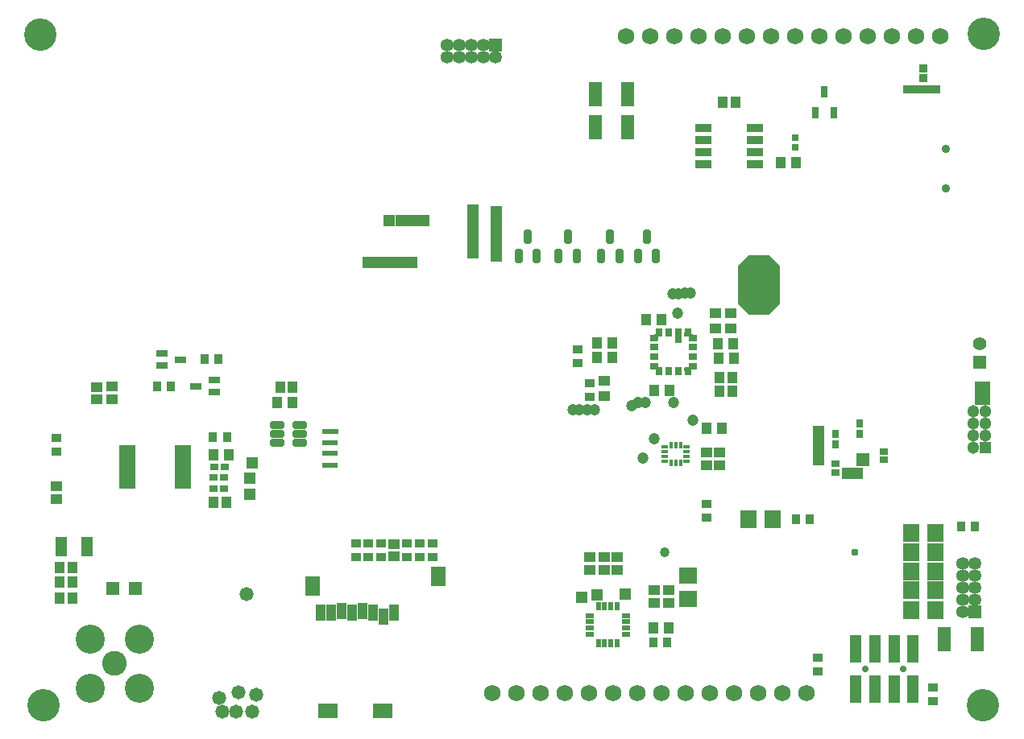
<source format=gbs>
G04*
G04 #@! TF.GenerationSoftware,Altium Limited,Altium Designer,22.5.1 (42)*
G04*
G04 Layer_Color=16711935*
%FSLAX43Y43*%
%MOMM*%
G71*
G04*
G04 #@! TF.SameCoordinates,B4329D7B-D132-43AD-BD09-584EF951B7D5*
G04*
G04*
G04 #@! TF.FilePolarity,Negative*
G04*
G01*
G75*
%ADD57R,1.003X1.153*%
%ADD58R,1.731X0.853*%
%ADD64R,1.203X1.203*%
%ADD68C,1.203*%
%ADD72R,1.103X0.853*%
%ADD73R,0.803X0.953*%
%ADD75R,1.003X1.143*%
%ADD79R,1.153X1.003*%
%ADD82R,1.143X1.003*%
%ADD88R,0.853X1.103*%
%ADD89R,1.143X1.013*%
%ADD96R,0.953X0.803*%
G04:AMPARAMS|DCode=98|XSize=6.203mm|YSize=4.443mm|CornerRadius=0mm|HoleSize=0mm|Usage=FLASHONLY|Rotation=90.000|XOffset=0mm|YOffset=0mm|HoleType=Round|Shape=Octagon|*
%AMOCTAGOND98*
4,1,8,1.111,3.102,-1.111,3.102,-2.222,1.991,-2.222,-1.991,-1.111,-3.102,1.111,-3.102,2.222,-1.991,2.222,1.991,1.111,3.102,0.0*
%
%ADD98OCTAGOND98*%

%ADD99C,1.753*%
%ADD100C,0.778*%
%ADD101C,1.028*%
%ADD102R,0.903X0.903*%
%ADD103C,3.053*%
%ADD104C,2.603*%
%ADD105R,1.353X1.353*%
%ADD106C,1.353*%
%ADD107C,0.728*%
%ADD108C,0.903*%
%ADD109C,3.403*%
%ADD110R,1.353X1.353*%
%ADD111R,1.403X1.403*%
%ADD112C,1.403*%
%ADD113C,1.303*%
%ADD114R,1.303X1.303*%
%ADD171R,1.803X1.953*%
%ADD172R,1.453X2.503*%
%ADD173R,1.953X1.803*%
%ADD174R,0.903X0.703*%
%ADD175R,0.703X0.903*%
%ADD176R,0.603X0.703*%
%ADD177R,0.703X0.603*%
%ADD178R,0.753X0.903*%
%ADD179R,0.753X1.603*%
%ADD180R,1.203X2.953*%
G04:AMPARAMS|DCode=181|XSize=1.553mm|YSize=0.783mm|CornerRadius=0.174mm|HoleSize=0mm|Usage=FLASHONLY|Rotation=0.000|XOffset=0mm|YOffset=0mm|HoleType=Round|Shape=RoundedRectangle|*
%AMROUNDEDRECTD181*
21,1,1.553,0.435,0,0,0.0*
21,1,1.205,0.783,0,0,0.0*
1,1,0.348,0.603,-0.217*
1,1,0.348,-0.603,-0.217*
1,1,0.348,-0.603,0.217*
1,1,0.348,0.603,0.217*
%
%ADD181ROUNDEDRECTD181*%
%ADD182R,0.703X0.678*%
G04:AMPARAMS|DCode=183|XSize=1.523mm|YSize=0.793mm|CornerRadius=0.175mm|HoleSize=0mm|Usage=FLASHONLY|Rotation=90.000|XOffset=0mm|YOffset=0mm|HoleType=Round|Shape=RoundedRectangle|*
%AMROUNDEDRECTD183*
21,1,1.523,0.443,0,0,90.0*
21,1,1.172,0.793,0,0,90.0*
1,1,0.351,0.221,0.586*
1,1,0.351,0.221,-0.586*
1,1,0.351,-0.221,-0.586*
1,1,0.351,-0.221,0.586*
%
%ADD183ROUNDEDRECTD183*%
%ADD184R,0.803X1.253*%
%ADD185R,1.678X0.653*%
%ADD186R,1.003X1.703*%
%ADD187R,1.603X2.103*%
%ADD188R,2.003X1.603*%
%ADD189R,0.914X0.508*%
%ADD190R,0.508X0.914*%
%ADD191R,0.678X0.453*%
%ADD192R,0.453X0.678*%
%ADD193R,0.733X0.483*%
%ADD194R,0.823X0.803*%
%ADD195R,0.828X0.603*%
%ADD196R,1.203X0.753*%
%ADD197R,1.273X2.023*%
%ADD198R,1.073X1.223*%
%ADD199R,1.223X1.073*%
%ADD200C,1.473*%
G36*
X66738Y37801D02*
X66751Y37798D01*
X66764Y37794D01*
X66776Y37788D01*
X66783Y37783D01*
X66787Y37781D01*
X66797Y37772D01*
Y37772D01*
X66797D01*
X66806Y37762D01*
X66808Y37758D01*
X66813Y37751D01*
X66819Y37739D01*
X66823Y37726D01*
X66826Y37713D01*
X66827Y37700D01*
Y37700D01*
D01*
X66827Y37380D01*
X66826Y37367D01*
X66823Y37354D01*
X66823Y37351D01*
X66833Y37352D01*
X67175D01*
X67188Y37351D01*
X67201Y37348D01*
X67214Y37344D01*
X67226Y37338D01*
X67237Y37331D01*
X67247Y37322D01*
X67256Y37312D01*
X67263Y37301D01*
X67269Y37289D01*
X67273Y37276D01*
X67276Y37263D01*
X67277Y37250D01*
Y36945D01*
X67276Y36932D01*
X67273Y36919D01*
X67269Y36906D01*
X67263Y36894D01*
X67256Y36883D01*
X67247Y36873D01*
X67237Y36864D01*
X67226Y36857D01*
X67214Y36851D01*
X67201Y36847D01*
X67188Y36844D01*
X67175Y36843D01*
X66675D01*
X66662Y36844D01*
X66649Y36847D01*
X66636Y36851D01*
X66624Y36857D01*
X66613Y36864D01*
X66603Y36873D01*
X66594Y36883D01*
X66587Y36894D01*
X66581Y36906D01*
X66577Y36919D01*
X66574Y36932D01*
X66573Y36945D01*
Y37092D01*
X66574Y37103D01*
X66571Y37102D01*
X66558Y37099D01*
X66545Y37098D01*
X66545D01*
D01*
X66425D01*
X66412Y37099D01*
X66399Y37102D01*
X66386Y37106D01*
X66374Y37112D01*
X66363Y37119D01*
X66353Y37128D01*
X66344Y37138D01*
X66337Y37149D01*
X66331Y37161D01*
X66327Y37174D01*
X66324Y37187D01*
X66323Y37200D01*
Y37700D01*
X66324Y37713D01*
X66327Y37726D01*
X66331Y37739D01*
X66337Y37751D01*
X66344Y37762D01*
X66353Y37772D01*
X66363Y37781D01*
X66374Y37788D01*
X66386Y37794D01*
X66399Y37798D01*
X66412Y37801D01*
X66425Y37802D01*
X66725D01*
X66725D01*
D01*
X66738Y37801D01*
D02*
G37*
G36*
X70438D02*
X70451Y37798D01*
X70464Y37794D01*
X70476Y37788D01*
X70487Y37781D01*
X70497Y37772D01*
X70506Y37762D01*
X70513Y37751D01*
X70519Y37739D01*
X70523Y37726D01*
X70526Y37713D01*
X70527Y37700D01*
Y37200D01*
X70526Y37187D01*
X70523Y37174D01*
X70519Y37161D01*
X70513Y37149D01*
X70506Y37138D01*
X70497Y37128D01*
X70487Y37119D01*
X70476Y37112D01*
X70464Y37106D01*
X70451Y37102D01*
X70438Y37099D01*
X70425Y37098D01*
X70278D01*
X70273Y37099D01*
X70273Y37096D01*
X70276Y37083D01*
X70277Y37070D01*
D01*
Y37070D01*
Y36950D01*
X70276Y36937D01*
X70273Y36924D01*
X70269Y36911D01*
X70263Y36899D01*
X70256Y36888D01*
X70247Y36878D01*
X70237Y36869D01*
X70226Y36862D01*
X70214Y36856D01*
X70201Y36852D01*
X70188Y36849D01*
X70175Y36848D01*
X69675D01*
X69662Y36849D01*
X69649Y36852D01*
X69636Y36856D01*
X69624Y36862D01*
X69613Y36869D01*
X69603Y36878D01*
X69594Y36888D01*
X69587Y36899D01*
X69581Y36911D01*
X69577Y36924D01*
X69574Y36937D01*
X69573Y36950D01*
Y37250D01*
D01*
Y37250D01*
X69574Y37263D01*
X69577Y37276D01*
X69581Y37289D01*
X69587Y37301D01*
X69592Y37308D01*
X69594Y37312D01*
X69603Y37322D01*
X69603D01*
Y37322D01*
X69613Y37331D01*
X69617Y37333D01*
X69624Y37338D01*
X69636Y37344D01*
X69649Y37348D01*
X69662Y37351D01*
X69675Y37352D01*
D01*
X69675D01*
X69995Y37352D01*
X70008Y37351D01*
X70021Y37348D01*
X70023Y37348D01*
X70023Y37353D01*
Y37700D01*
X70024Y37713D01*
X70027Y37726D01*
X70031Y37739D01*
X70037Y37751D01*
X70044Y37762D01*
X70053Y37772D01*
X70063Y37781D01*
X70074Y37788D01*
X70086Y37794D01*
X70099Y37798D01*
X70112Y37801D01*
X70125Y37802D01*
X70425D01*
X70438Y37801D01*
D02*
G37*
G36*
X67188Y41051D02*
X67201Y41048D01*
X67214Y41044D01*
X67226Y41038D01*
X67237Y41031D01*
X67247Y41022D01*
X67256Y41012D01*
X67263Y41001D01*
X67269Y40989D01*
X67273Y40976D01*
X67276Y40963D01*
X67277Y40950D01*
Y40650D01*
D01*
Y40650D01*
X67276Y40637D01*
X67273Y40624D01*
X67269Y40611D01*
X67263Y40599D01*
X67258Y40592D01*
X67256Y40588D01*
X67247Y40578D01*
X67247D01*
Y40578D01*
X67237Y40569D01*
X67233Y40567D01*
X67226Y40562D01*
X67214Y40556D01*
X67201Y40552D01*
X67188Y40549D01*
X67175Y40548D01*
D01*
X67175D01*
X66855Y40548D01*
X66842Y40549D01*
X66829Y40552D01*
X66826Y40553D01*
X66827Y40540D01*
Y40200D01*
X66826Y40187D01*
X66823Y40174D01*
X66819Y40161D01*
X66813Y40149D01*
X66806Y40138D01*
X66797Y40128D01*
X66787Y40119D01*
X66776Y40112D01*
X66764Y40106D01*
X66751Y40102D01*
X66738Y40099D01*
X66725Y40098D01*
X66425D01*
X66412Y40099D01*
X66399Y40102D01*
X66386Y40106D01*
X66374Y40112D01*
X66363Y40119D01*
X66353Y40128D01*
X66344Y40138D01*
X66337Y40149D01*
X66331Y40161D01*
X66327Y40174D01*
X66324Y40187D01*
X66323Y40200D01*
Y40700D01*
X66324Y40713D01*
X66327Y40726D01*
X66331Y40739D01*
X66337Y40751D01*
X66344Y40762D01*
X66353Y40772D01*
X66363Y40781D01*
X66374Y40788D01*
X66386Y40794D01*
X66399Y40798D01*
X66412Y40801D01*
X66425Y40802D01*
X66565D01*
X66578Y40801D01*
X66577Y40804D01*
X66574Y40817D01*
X66573Y40830D01*
D01*
Y40830D01*
Y40950D01*
X66574Y40963D01*
X66577Y40976D01*
X66581Y40989D01*
X66587Y41001D01*
X66594Y41012D01*
X66603Y41022D01*
X66613Y41031D01*
X66624Y41038D01*
X66636Y41044D01*
X66649Y41048D01*
X66662Y41051D01*
X66675Y41052D01*
X67175D01*
X67188Y41051D01*
D02*
G37*
G36*
X70188D02*
X70201Y41048D01*
X70214Y41044D01*
X70226Y41038D01*
X70237Y41031D01*
X70247Y41022D01*
X70256Y41012D01*
X70263Y41001D01*
X70269Y40989D01*
X70273Y40976D01*
X70276Y40963D01*
X70277Y40950D01*
Y40810D01*
X70276Y40797D01*
X70279Y40798D01*
X70292Y40801D01*
X70305Y40802D01*
X70305D01*
D01*
X70425D01*
X70438Y40801D01*
X70451Y40798D01*
X70464Y40794D01*
X70476Y40788D01*
X70487Y40781D01*
X70497Y40772D01*
X70506Y40762D01*
X70513Y40751D01*
X70519Y40739D01*
X70523Y40726D01*
X70526Y40713D01*
X70527Y40700D01*
Y40200D01*
X70526Y40187D01*
X70523Y40174D01*
X70519Y40161D01*
X70513Y40149D01*
X70506Y40138D01*
X70497Y40128D01*
X70487Y40119D01*
X70476Y40112D01*
X70464Y40106D01*
X70451Y40102D01*
X70438Y40099D01*
X70425Y40098D01*
X70125D01*
X70125D01*
D01*
X70112Y40099D01*
X70099Y40102D01*
X70086Y40106D01*
X70074Y40112D01*
X70067Y40117D01*
X70063Y40119D01*
X70053Y40128D01*
Y40128D01*
X70053D01*
X70044Y40138D01*
X70042Y40142D01*
X70037Y40149D01*
X70031Y40161D01*
X70027Y40174D01*
X70024Y40187D01*
X70023Y40200D01*
Y40200D01*
D01*
X70023Y40520D01*
X70024Y40533D01*
X70027Y40546D01*
X70028Y40549D01*
X70015Y40548D01*
X69675D01*
X69662Y40549D01*
X69649Y40552D01*
X69636Y40556D01*
X69624Y40562D01*
X69613Y40569D01*
X69603Y40578D01*
X69594Y40588D01*
X69587Y40599D01*
X69581Y40611D01*
X69577Y40624D01*
X69574Y40637D01*
X69573Y40650D01*
Y40950D01*
X69574Y40963D01*
X69577Y40976D01*
X69581Y40989D01*
X69587Y41001D01*
X69594Y41012D01*
X69603Y41022D01*
X69613Y41031D01*
X69624Y41038D01*
X69636Y41044D01*
X69649Y41048D01*
X69662Y41051D01*
X69675Y41052D01*
X70175D01*
X70188Y41051D01*
D02*
G37*
D57*
X73100Y39800D02*
D03*
X74700D02*
D03*
X73150Y38300D02*
D03*
X74750D02*
D03*
X62000Y39925D02*
D03*
X60400D02*
D03*
X62000Y38375D02*
D03*
X60400D02*
D03*
X66400Y34900D02*
D03*
X68000D02*
D03*
X20073Y28159D02*
D03*
X21673D02*
D03*
X26825Y33625D02*
D03*
X28425D02*
D03*
X67900Y9950D02*
D03*
X66300D02*
D03*
X65596Y42339D02*
D03*
X67196D02*
D03*
X73481Y30902D02*
D03*
X71881D02*
D03*
X81300Y58900D02*
D03*
X79700D02*
D03*
D58*
X77011Y58695D02*
D03*
Y59965D02*
D03*
Y61235D02*
D03*
Y62505D02*
D03*
X71589D02*
D03*
Y61235D02*
D03*
Y59965D02*
D03*
Y58695D02*
D03*
D64*
X47371Y53848D02*
D03*
Y52705D02*
D03*
Y51639D02*
D03*
Y50572D02*
D03*
X49817Y53701D02*
D03*
Y52532D02*
D03*
Y51364D02*
D03*
Y50221D02*
D03*
Y49053D02*
D03*
X36351Y48330D02*
D03*
X37444D02*
D03*
X38612D02*
D03*
X39730D02*
D03*
X38591Y52739D02*
D03*
X39784D02*
D03*
X40978D02*
D03*
X24180Y27250D02*
D03*
X23940Y25660D02*
D03*
X23890Y23950D02*
D03*
X40910Y48330D02*
D03*
X47371Y49390D02*
D03*
X42160Y52739D02*
D03*
X83700Y27620D02*
D03*
Y28610D02*
D03*
Y29600D02*
D03*
Y30590D02*
D03*
X86740Y26200D02*
D03*
X87720D02*
D03*
X58770Y13190D02*
D03*
X60430Y13370D02*
D03*
X63400Y13470D02*
D03*
D68*
X60141Y32903D02*
D03*
X59366D02*
D03*
X58566Y32878D02*
D03*
X70262Y45122D02*
D03*
X68363Y45100D02*
D03*
X68990D02*
D03*
X69661Y45135D02*
D03*
X64050Y33300D02*
D03*
X57850Y32875D02*
D03*
X68853Y43019D02*
D03*
X64675Y33600D02*
D03*
X65500Y33650D02*
D03*
X68483Y33679D02*
D03*
X70453Y31739D02*
D03*
X66423Y29849D02*
D03*
X65190Y27760D02*
D03*
D72*
X95725Y3650D02*
D03*
Y2200D02*
D03*
X83575Y6825D02*
D03*
Y5375D02*
D03*
X71925Y22950D02*
D03*
Y21500D02*
D03*
X58325Y37800D02*
D03*
Y39250D02*
D03*
X59625Y35700D02*
D03*
Y34250D02*
D03*
X3584Y29911D02*
D03*
Y28461D02*
D03*
X41749Y18834D02*
D03*
Y17384D02*
D03*
X43149D02*
D03*
Y18834D02*
D03*
X35049Y17384D02*
D03*
Y18834D02*
D03*
X40449Y17384D02*
D03*
Y18834D02*
D03*
X37749D02*
D03*
Y17384D02*
D03*
X36349Y18834D02*
D03*
Y17384D02*
D03*
D73*
X88013Y31428D02*
D03*
Y30328D02*
D03*
X85493Y30332D02*
D03*
Y29232D02*
D03*
D75*
X73630Y65200D02*
D03*
X74970D02*
D03*
X5270Y13025D02*
D03*
X3930D02*
D03*
X5270Y14750D02*
D03*
X3930D02*
D03*
Y16250D02*
D03*
X5270D02*
D03*
X27085Y35275D02*
D03*
X28425D02*
D03*
X21440Y23178D02*
D03*
X20100D02*
D03*
X74620Y36300D02*
D03*
X73280D02*
D03*
D79*
X72850Y41425D02*
D03*
Y43025D02*
D03*
X74450Y41425D02*
D03*
Y43025D02*
D03*
X61125Y34300D02*
D03*
Y35900D02*
D03*
D82*
X9432Y33994D02*
D03*
Y35334D02*
D03*
X73254Y28387D02*
D03*
Y27047D02*
D03*
X71885Y28357D02*
D03*
Y27017D02*
D03*
X3599Y23485D02*
D03*
Y24825D02*
D03*
X39049Y18779D02*
D03*
Y17439D02*
D03*
X62500Y17395D02*
D03*
Y16055D02*
D03*
X61200Y17370D02*
D03*
Y16030D02*
D03*
X59600Y17370D02*
D03*
Y16030D02*
D03*
X67950Y12580D02*
D03*
Y13920D02*
D03*
D88*
X81325Y21325D02*
D03*
X82775D02*
D03*
X98675Y20600D02*
D03*
X100125D02*
D03*
X20055Y29961D02*
D03*
X21505D02*
D03*
X19125Y38175D02*
D03*
X20575D02*
D03*
X14200Y35300D02*
D03*
X15650D02*
D03*
X66300Y8450D02*
D03*
X67750D02*
D03*
D89*
X7812Y33945D02*
D03*
Y35285D02*
D03*
D96*
X21172Y24604D02*
D03*
X20072D02*
D03*
X20159Y26866D02*
D03*
X21258D02*
D03*
X20072Y25760D02*
D03*
X21172D02*
D03*
D98*
X77425Y46025D02*
D03*
D99*
X82430Y3075D02*
D03*
X79890D02*
D03*
X77350D02*
D03*
X74810D02*
D03*
X72270D02*
D03*
X69730D02*
D03*
X67190D02*
D03*
X64650D02*
D03*
X62110D02*
D03*
X59570D02*
D03*
X57030D02*
D03*
X54490D02*
D03*
X51950D02*
D03*
X49410D02*
D03*
X96440Y72125D02*
D03*
X93900D02*
D03*
X91360D02*
D03*
X88820D02*
D03*
X86280D02*
D03*
X83740D02*
D03*
X81200D02*
D03*
X78660D02*
D03*
X76120D02*
D03*
X73580D02*
D03*
X71040D02*
D03*
X68500D02*
D03*
X65960D02*
D03*
X63420D02*
D03*
D100*
X87500Y17925D02*
D03*
D101*
X67500D02*
D03*
D102*
X94700Y68800D02*
D03*
Y67800D02*
D03*
X100550Y33840D02*
D03*
Y34610D02*
D03*
Y35420D02*
D03*
X101260D02*
D03*
Y34610D02*
D03*
Y33840D02*
D03*
X96034Y66561D02*
D03*
X95323D02*
D03*
X94586D02*
D03*
X93824D02*
D03*
X92986D02*
D03*
D103*
X12275Y3600D02*
D03*
Y8750D02*
D03*
X7125D02*
D03*
Y3600D02*
D03*
D104*
X9700Y6175D02*
D03*
D105*
X100100Y11620D02*
D03*
D106*
X98830D02*
D03*
X100100Y12890D02*
D03*
X98830D02*
D03*
X100100Y14160D02*
D03*
X98830D02*
D03*
X100100Y15430D02*
D03*
X98830D02*
D03*
X100100Y16700D02*
D03*
X98830D02*
D03*
X49710Y70000D02*
D03*
X48440Y71270D02*
D03*
Y70000D02*
D03*
X47170Y71270D02*
D03*
Y70000D02*
D03*
X45900Y71270D02*
D03*
Y70000D02*
D03*
X44630Y71270D02*
D03*
Y70000D02*
D03*
D107*
X88600Y5600D02*
D03*
X92600D02*
D03*
D108*
X97100Y56125D02*
D03*
Y60275D02*
D03*
D109*
X1925Y72325D02*
D03*
X2200Y1800D02*
D03*
X100950D02*
D03*
X101000Y72400D02*
D03*
D110*
X11875Y14075D02*
D03*
X9525D02*
D03*
X49710Y71270D02*
D03*
D111*
X100575Y37850D02*
D03*
D112*
Y39850D02*
D03*
D113*
X99930Y32670D02*
D03*
X101200D02*
D03*
X99930Y31400D02*
D03*
X101200D02*
D03*
X99930Y30130D02*
D03*
X101200D02*
D03*
X99930Y28860D02*
D03*
D114*
X101200D02*
D03*
D171*
X78850Y21400D02*
D03*
X76350D02*
D03*
X93450Y11800D02*
D03*
X95950D02*
D03*
X93450Y13900D02*
D03*
X95950D02*
D03*
X93450Y15900D02*
D03*
X95950D02*
D03*
X93450Y17900D02*
D03*
X95950D02*
D03*
X93450Y19900D02*
D03*
X95950D02*
D03*
D172*
X100350Y8750D02*
D03*
X96900D02*
D03*
X63650Y66100D02*
D03*
X60200D02*
D03*
X63650Y62600D02*
D03*
X60200D02*
D03*
D173*
X69999Y12961D02*
D03*
Y15461D02*
D03*
D174*
X66375Y39450D02*
D03*
X70475D02*
D03*
Y38450D02*
D03*
X66375D02*
D03*
D175*
X68925Y36900D02*
D03*
X67925D02*
D03*
D176*
X66225Y37450D02*
D03*
Y40450D02*
D03*
X70625D02*
D03*
Y37450D02*
D03*
D177*
X66925Y36750D02*
D03*
Y41150D02*
D03*
X69925D02*
D03*
Y36750D02*
D03*
D178*
X67925Y41000D02*
D03*
D179*
X68925Y40650D02*
D03*
D180*
X87600Y7725D02*
D03*
Y3475D02*
D03*
X89600Y7725D02*
D03*
Y3475D02*
D03*
X91600Y7725D02*
D03*
Y3475D02*
D03*
X93600Y7725D02*
D03*
Y3475D02*
D03*
D181*
X29160Y29400D02*
D03*
Y30350D02*
D03*
Y31300D02*
D03*
X26790D02*
D03*
Y30350D02*
D03*
Y29400D02*
D03*
D182*
X81200Y60487D02*
D03*
Y61513D02*
D03*
D183*
X54081Y49066D02*
D03*
X52181D02*
D03*
X53131Y51096D02*
D03*
X57326D02*
D03*
X56376Y49066D02*
D03*
X58276D02*
D03*
X61781Y51096D02*
D03*
X60831Y49066D02*
D03*
X62731D02*
D03*
X65662Y51096D02*
D03*
X64712Y49066D02*
D03*
X66612D02*
D03*
D184*
X84300Y66300D02*
D03*
X83350Y64100D02*
D03*
X85250D02*
D03*
D185*
X16920Y24922D02*
D03*
Y25572D02*
D03*
Y26222D02*
D03*
Y26872D02*
D03*
Y27522D02*
D03*
Y28172D02*
D03*
Y28822D02*
D03*
X11044D02*
D03*
Y28172D02*
D03*
Y27522D02*
D03*
Y26872D02*
D03*
Y26222D02*
D03*
Y25572D02*
D03*
Y24922D02*
D03*
D186*
X39039Y11509D02*
D03*
X37939Y11109D02*
D03*
X36839Y11509D02*
D03*
X35739Y11709D02*
D03*
X34639Y11509D02*
D03*
X33539Y11709D02*
D03*
X32439Y11509D02*
D03*
X31339D02*
D03*
D187*
X43699Y15359D02*
D03*
X30549Y14359D02*
D03*
D188*
X37849Y1209D02*
D03*
X32149D02*
D03*
D189*
X63455Y9285D02*
D03*
Y9920D02*
D03*
Y10580D02*
D03*
Y11215D02*
D03*
X59595D02*
D03*
Y10580D02*
D03*
Y9920D02*
D03*
Y9285D02*
D03*
D190*
X62490Y12180D02*
D03*
X61855D02*
D03*
X61195D02*
D03*
X60560D02*
D03*
Y8320D02*
D03*
X61195D02*
D03*
X61855D02*
D03*
X62490D02*
D03*
D191*
X69838Y28975D02*
D03*
Y28475D02*
D03*
Y27975D02*
D03*
Y27475D02*
D03*
X67512D02*
D03*
Y27975D02*
D03*
Y28475D02*
D03*
Y28975D02*
D03*
D192*
X69175Y27312D02*
D03*
X68675D02*
D03*
X68175D02*
D03*
Y29138D02*
D03*
X68675D02*
D03*
X69175D02*
D03*
D193*
X88655Y27225D02*
D03*
Y27625D02*
D03*
Y28025D02*
D03*
X87975D02*
D03*
Y27625D02*
D03*
Y27225D02*
D03*
D194*
X90575Y27590D02*
D03*
Y28510D02*
D03*
X85465Y27164D02*
D03*
Y26244D02*
D03*
D195*
X32737Y28325D02*
D03*
X31913D02*
D03*
X32737Y29425D02*
D03*
X31913D02*
D03*
X32762Y30600D02*
D03*
X31938D02*
D03*
X32749Y27000D02*
D03*
X31925D02*
D03*
D196*
X20150Y36000D02*
D03*
Y34700D02*
D03*
X18250Y35350D02*
D03*
X14700Y37500D02*
D03*
Y38800D02*
D03*
X16600Y38150D02*
D03*
D197*
X4065Y18475D02*
D03*
X6825D02*
D03*
D198*
X73270Y34800D02*
D03*
X74630D02*
D03*
D199*
X66375Y12570D02*
D03*
Y13930D02*
D03*
D200*
X21000Y1100D02*
D03*
X22700Y3200D02*
D03*
X24200Y1100D02*
D03*
X24600Y2900D02*
D03*
X22500Y1100D02*
D03*
X23600Y13500D02*
D03*
X20700Y2600D02*
D03*
M02*

</source>
